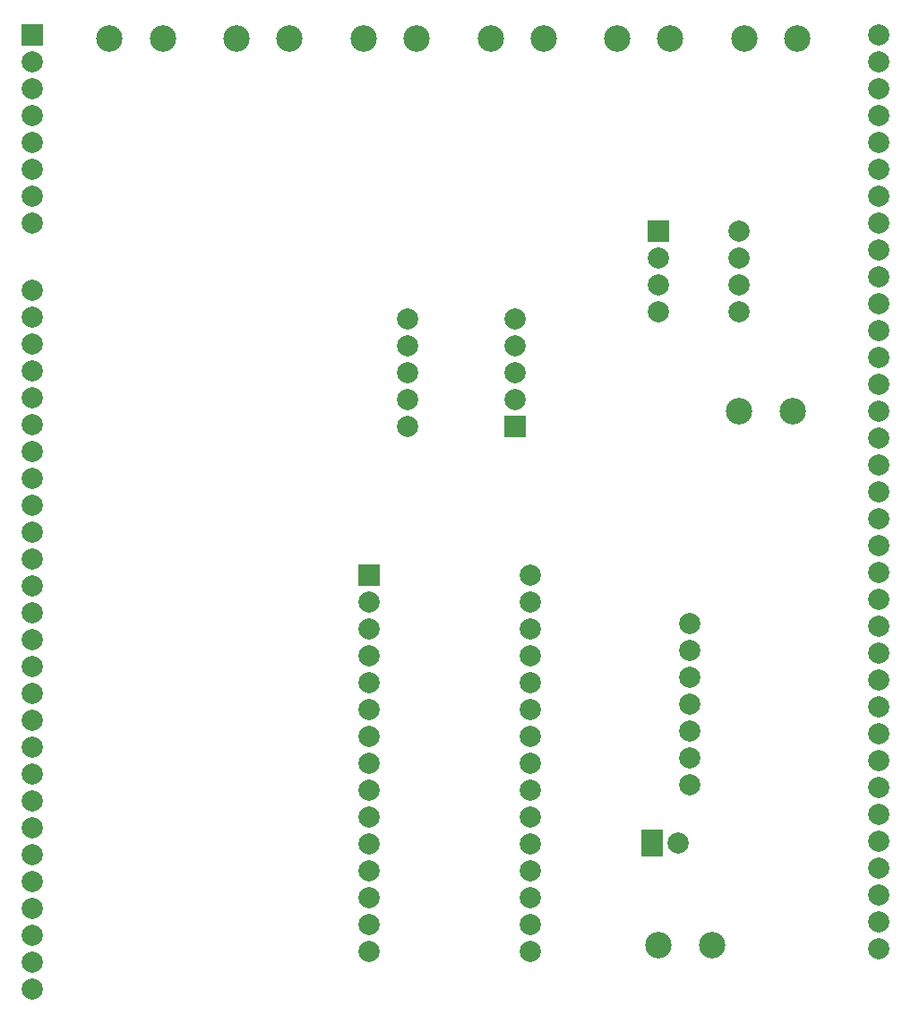
<source format=gbr>
%TF.GenerationSoftware,KiCad,Pcbnew,7.0.6-7.0.6~ubuntu22.04.1*%
%TF.CreationDate,2023-07-19T15:48:20-03:00*%
%TF.ProjectId,Gerador_sinais_AD9833,47657261-646f-4725-9f73-696e6169735f,v01*%
%TF.SameCoordinates,Original*%
%TF.FileFunction,Soldermask,Bot*%
%TF.FilePolarity,Negative*%
%FSLAX46Y46*%
G04 Gerber Fmt 4.6, Leading zero omitted, Abs format (unit mm)*
G04 Created by KiCad (PCBNEW 7.0.6-7.0.6~ubuntu22.04.1) date 2023-07-19 15:48:20*
%MOMM*%
%LPD*%
G01*
G04 APERTURE LIST*
%ADD10C,2.000000*%
%ADD11R,2.000000X2.000000*%
%ADD12C,2.500000*%
%ADD13R,2.000000X2.500000*%
G04 APERTURE END LIST*
D10*
%TO.C,U2*%
X142120000Y-84020000D03*
X142120000Y-86560000D03*
X142120000Y-89100000D03*
X142120000Y-91640000D03*
X142120000Y-94180000D03*
D11*
X152280000Y-94180000D03*
D10*
X152280000Y-91640000D03*
X152280000Y-89100000D03*
X152280000Y-86560000D03*
X152280000Y-84020000D03*
%TD*%
D12*
%TO.C,SW3*%
X126000000Y-57500000D03*
X131000000Y-57500000D03*
%TD*%
D10*
%TO.C,C1*%
X167750000Y-133500000D03*
D13*
X165250000Y-133500000D03*
%TD*%
D11*
%TO.C,A1*%
X138500000Y-108230000D03*
D10*
X138500000Y-110770000D03*
X138500000Y-113310000D03*
X138500000Y-115850000D03*
X138500000Y-118390000D03*
X138500000Y-120930000D03*
X138500000Y-123470000D03*
X138500000Y-126010000D03*
X138500000Y-128550000D03*
X138500000Y-131090000D03*
X138500000Y-133630000D03*
X138500000Y-136170000D03*
X138500000Y-138710000D03*
X138500000Y-141250000D03*
X138500000Y-143790000D03*
X153740000Y-143790000D03*
X153740000Y-141250000D03*
X153740000Y-138710000D03*
X153740000Y-136170000D03*
X153740000Y-133630000D03*
X153740000Y-131090000D03*
X153740000Y-128550000D03*
X153740000Y-126010000D03*
X153740000Y-123470000D03*
X153740000Y-120930000D03*
X153740000Y-118390000D03*
X153740000Y-115850000D03*
X153740000Y-113310000D03*
X153740000Y-110770000D03*
X153740000Y-108230000D03*
%TD*%
D11*
%TO.C,U1*%
X165900000Y-75700000D03*
D10*
X165900000Y-78240000D03*
X165900000Y-80780000D03*
X165900000Y-83320000D03*
X173520000Y-83320000D03*
X173520000Y-80780000D03*
X173520000Y-78240000D03*
X173520000Y-75700000D03*
%TD*%
D12*
%TO.C,SW4*%
X150000000Y-57500000D03*
X155000000Y-57500000D03*
%TD*%
D10*
%TO.C,J4*%
X186690000Y-57150000D03*
X186690000Y-59690000D03*
X186690000Y-62230000D03*
X186690000Y-64770000D03*
X186690000Y-67310000D03*
X186690000Y-69850000D03*
X186690000Y-72390000D03*
X186690000Y-74930000D03*
X186690000Y-77470000D03*
X186690000Y-80010000D03*
X186690000Y-82550000D03*
X186690000Y-85090000D03*
X186690000Y-87630000D03*
X186690000Y-90170000D03*
X186690000Y-92710000D03*
X186690000Y-95250000D03*
X186690000Y-97790000D03*
X186690000Y-100330000D03*
X186690000Y-102870000D03*
X186690000Y-105410000D03*
X186690000Y-107950000D03*
X186690000Y-110490000D03*
X186690000Y-113030000D03*
X186690000Y-115570000D03*
X186690000Y-118110000D03*
X186690000Y-120650000D03*
X186690000Y-123190000D03*
X186690000Y-125730000D03*
X186690000Y-128270000D03*
X186690000Y-130810000D03*
X186690000Y-133350000D03*
X186690000Y-135890000D03*
X186690000Y-138430000D03*
X186690000Y-140970000D03*
X186690000Y-143510000D03*
%TD*%
D12*
%TO.C,SW6*%
X174000000Y-57500000D03*
X179000000Y-57500000D03*
%TD*%
%TO.C,R2*%
X178540000Y-92750000D03*
X173460000Y-92750000D03*
%TD*%
D11*
%TO.C,J1*%
X106680000Y-57150000D03*
D10*
X106680000Y-59690000D03*
X106680000Y-62230000D03*
X106680000Y-64770000D03*
X106680000Y-67310000D03*
X106680000Y-69850000D03*
X106680000Y-72390000D03*
X106680000Y-74930000D03*
%TD*%
%TO.C,J3*%
X106680000Y-81280000D03*
X106680000Y-83820000D03*
X106680000Y-86360000D03*
X106680000Y-88900000D03*
X106680000Y-91440000D03*
X106680000Y-93980000D03*
X106680000Y-96520000D03*
X106680000Y-99060000D03*
X106680000Y-101600000D03*
X106680000Y-104140000D03*
X106680000Y-106680000D03*
X106680000Y-109220000D03*
X106680000Y-111760000D03*
X106680000Y-114300000D03*
X106680000Y-116840000D03*
X106680000Y-119380000D03*
X106680000Y-121920000D03*
X106680000Y-124460000D03*
X106680000Y-127000000D03*
X106680000Y-129540000D03*
X106680000Y-132080000D03*
X106680000Y-134620000D03*
X106680000Y-137160000D03*
X106680000Y-139700000D03*
X106680000Y-142240000D03*
X106680000Y-144780000D03*
X106680000Y-147320000D03*
%TD*%
%TO.C,U3*%
X168800000Y-112760000D03*
X168800000Y-115300000D03*
X168800000Y-117840000D03*
X168800000Y-120380000D03*
X168800000Y-122920000D03*
X168800000Y-125460000D03*
X168800000Y-128000000D03*
%TD*%
D12*
%TO.C,SW2*%
X138000000Y-57500000D03*
X143000000Y-57500000D03*
%TD*%
%TO.C,SW1*%
X114000000Y-57500000D03*
X119000000Y-57500000D03*
%TD*%
%TO.C,R1*%
X165860000Y-143200000D03*
X170940000Y-143200000D03*
%TD*%
%TO.C,SW5*%
X162000000Y-57500000D03*
X167000000Y-57500000D03*
%TD*%
M02*

</source>
